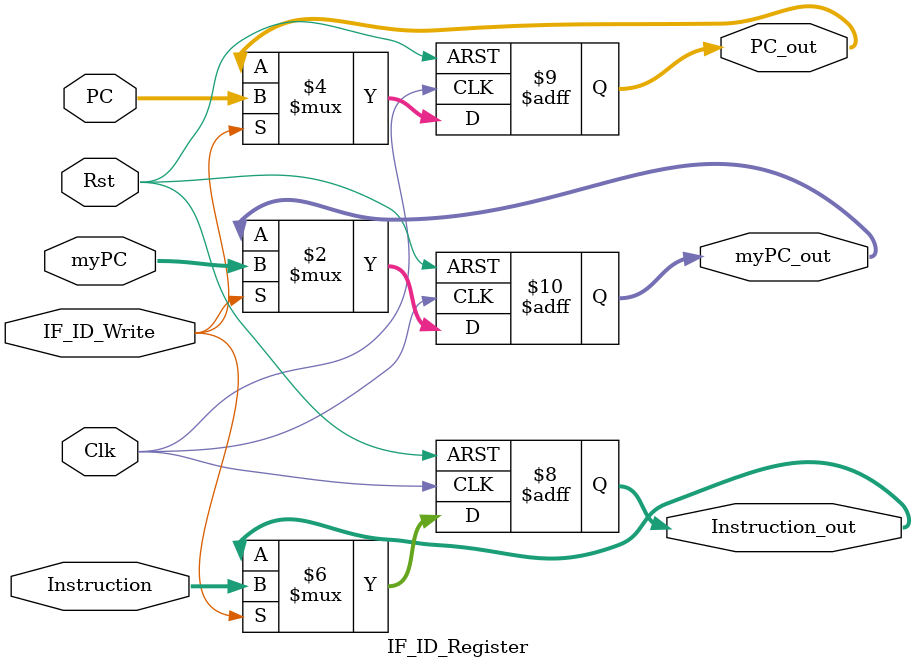
<source format=v>
`timescale 1ns / 1ps

module IF_ID_Register(Clk, Rst, IF_ID_Write, Instruction, PC, Instruction_out, PC_out, myPC, myPC_out);
    input Clk, Rst;
    input IF_ID_Write;
    input [31:0] Instruction;
    input [31:0] PC;
    input [31:0] myPC;
    output reg [31:0] Instruction_out;
    output reg [31:0] PC_out;
    output reg [31:0] myPC_out;

    always @(posedge Clk or posedge Rst) begin
        if (Rst) begin
            Instruction_out <= 0;
            PC_out <= 0;
            myPC_out <= 32'bx;
        end else begin
            if (IF_ID_Write) begin
                PC_out <= PC;
                Instruction_out <= Instruction;
                myPC_out <= myPC;
            end
        end
    end

endmodule


</source>
